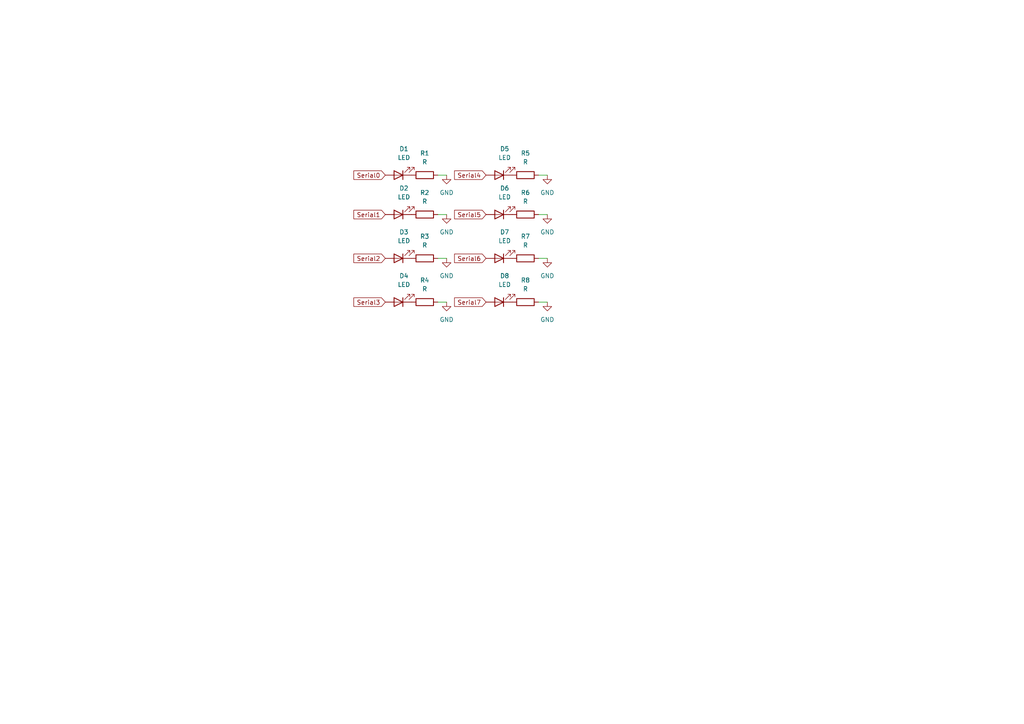
<source format=kicad_sch>
(kicad_sch (version 20231120) (generator "eeschema") (generator_version "8.0")
  (paper "A4")
  (lib_symbols
    (symbol "Device:LED" (pin_numbers hide) (pin_names (offset 1.016) hide)
      (property "Reference" "D" (at 0 2.54 0))
      (property "Value" "LED" (at 0 -2.54 0))
      (symbol "LED_0_1"
        (polyline (pts (xy -1.27 -1.27) (xy -1.27 1.27)) (stroke (width 0.254)))
        (polyline (pts (xy -1.27 0) (xy 1.27 0)))
        (polyline (pts (xy 1.27 -1.27) (xy 1.27 1.27) (xy -1.27 0) (xy 1.27 -1.27)) (stroke (width 0.254)))
        (polyline (pts (xy -3.048 -0.762) (xy -4.572 -2.286) (xy -3.81 -2.286) (xy -4.572 -2.286) (xy -4.572 -1.524)))
        (polyline (pts (xy -1.778 -0.762) (xy -3.302 -2.286) (xy -2.54 -2.286) (xy -3.302 -2.286) (xy -3.302 -1.524)))
      )
      (symbol "LED_1_1"
        (pin passive line (at -3.81 0 0) (length 2.54) (name "K") (number "1"))
        (pin passive line (at 3.81 0 180) (length 2.54) (name "A") (number "2"))
      )
    )
    (symbol "Device:R" (pin_numbers hide) (pin_names (offset 0))
      (property "Reference" "R" (at 2.032 0 90))
      (property "Value" "R" (at 0 0 90))
      (symbol "R_0_1"
        (rectangle (start -1.016 -2.54) (end 1.016 2.54) (stroke (width 0.254)))
      )
      (symbol "R_1_1"
        (pin passive line (at 0 3.81 270) (length 1.27) (name "~") (number "1"))
        (pin passive line (at 0 -3.81 90) (length 1.27) (name "~") (number "2"))
      )
    )
    (symbol "power:GND" (power) (pin_names (offset 0))
      (property "Value" "GND" (at 0 -3.81 0))
      (symbol "GND_0_1"
        (polyline (pts (xy 0 0) (xy 0 -1.27) (xy 1.27 -1.27) (xy 0 -2.54) (xy -1.27 -1.27) (xy 0 -1.27)))
      )
      (symbol "GND_1_1"
        (pin power_in line (at 0 0 270) (length 0) hide (name "GND") (number "1"))
      )
    )
  )
  (wire (pts (xy 129.54 62.23) (xy 127 62.23)))
  (wire (pts (xy 158.75 74.93) (xy 156.21 74.93)))
  (wire (pts (xy 129.54 50.8) (xy 127 50.8)))
  (wire (pts (xy 158.75 62.23) (xy 156.21 62.23)))
  (wire (pts (xy 129.54 74.93) (xy 127 74.93)))
  (wire (pts (xy 158.75 50.8) (xy 156.21 50.8)))
  (wire (pts (xy 158.75 87.63) (xy 156.21 87.63)))
  (wire (pts (xy 129.54 87.63) (xy 127 87.63)))
  (global_label "Serial0" (shape input) (at 111.76 50.8 180) (property "Intersheetrefs" "${INTERSHEET_REFS}" (effects (hide yes))))
  (global_label "Serial5" (shape input) (at 140.97 62.23 180) (property "Intersheetrefs" "${INTERSHEET_REFS}" (effects (hide yes))))
  (global_label "Serial3" (shape input) (at 111.76 87.63 180) (property "Intersheetrefs" "${INTERSHEET_REFS}" (effects (hide yes))))
  (global_label "Serial4" (shape input) (at 140.97 50.8 180) (property "Intersheetrefs" "${INTERSHEET_REFS}" (effects (hide yes))))
  (global_label "Serial1" (shape input) (at 111.76 62.23 180) (property "Intersheetrefs" "${INTERSHEET_REFS}" (effects (hide yes))))
  (global_label "Serial7" (shape input) (at 140.97 87.63 180) (property "Intersheetrefs" "${INTERSHEET_REFS}" (effects (hide yes))))
  (global_label "Serial6" (shape input) (at 140.97 74.93 180) (property "Intersheetrefs" "${INTERSHEET_REFS}" (effects (hide yes))))
  (global_label "Serial2" (shape input) (at 111.76 74.93 180) (property "Intersheetrefs" "${INTERSHEET_REFS}" (effects (hide yes))))
  (symbol (lib_id "power:GND") (at 129.54 74.93 0) (unit 1)
    (property "Reference" "#PWR019" (effects (hide yes)))
    (property "Value" "GND" (at 129.54 80.01 0))
  )
  (symbol (lib_id "Device:R") (at 152.4 74.93 90) (unit 1)
    (property "Reference" "R7" (at 152.4 68.58 90))
    (property "Value" "R" (at 152.4 71.12 90))
    (property "Footprint" "Resistor_THT:R_Axial_DIN0207_L6.3mm_D2.5mm_P10.16mm_Horizontal" (effects (hide yes)))
  )
  (symbol (lib_id "Device:LED") (at 144.78 87.63 180) (unit 1)
    (property "Reference" "D8" (at 146.3675 80.01 0))
    (property "Value" "LED" (at 146.3675 82.55 0))
    (property "Footprint" "LED_THT:LED_D5.0mm" (effects (hide yes)))
  )
  (symbol (lib_id "power:GND") (at 158.75 87.63 0) (unit 1)
    (property "Reference" "#PWR024" (effects (hide yes)))
    (property "Value" "GND" (at 158.75 92.71 0))
  )
  (symbol (lib_id "Device:R") (at 123.19 87.63 90) (unit 1)
    (property "Reference" "R4" (at 123.19 81.28 90))
    (property "Value" "R" (at 123.19 83.82 90))
    (property "Footprint" "Resistor_THT:R_Axial_DIN0207_L6.3mm_D2.5mm_P10.16mm_Horizontal" (effects (hide yes)))
  )
  (symbol (lib_id "Device:LED") (at 115.57 87.63 180) (unit 1)
    (property "Reference" "D4" (at 117.1575 80.01 0))
    (property "Value" "LED" (at 117.1575 82.55 0))
    (property "Footprint" "LED_THT:LED_D5.0mm" (effects (hide yes)))
  )
  (symbol (lib_id "Device:R") (at 152.4 87.63 90) (unit 1)
    (property "Reference" "R8" (at 152.4 81.28 90))
    (property "Value" "R" (at 152.4 83.82 90))
    (property "Footprint" "Resistor_THT:R_Axial_DIN0207_L6.3mm_D2.5mm_P10.16mm_Horizontal" (effects (hide yes)))
  )
  (symbol (lib_id "Device:LED") (at 115.57 50.8 180) (unit 1)
    (property "Reference" "D1" (at 117.1575 43.18 0))
    (property "Value" "LED" (at 117.1575 45.72 0))
    (property "Footprint" "LED_THT:LED_D5.0mm" (effects (hide yes)))
  )
  (symbol (lib_id "Device:LED") (at 144.78 74.93 180) (unit 1)
    (property "Reference" "D7" (at 146.3675 67.31 0))
    (property "Value" "LED" (at 146.3675 69.85 0))
    (property "Footprint" "LED_THT:LED_D5.0mm" (effects (hide yes)))
  )
  (symbol (lib_id "power:GND") (at 129.54 87.63 0) (unit 1)
    (property "Reference" "#PWR020" (effects (hide yes)))
    (property "Value" "GND" (at 129.54 92.71 0))
  )
  (symbol (lib_id "power:GND") (at 158.75 74.93 0) (unit 1)
    (property "Reference" "#PWR023" (effects (hide yes)))
    (property "Value" "GND" (at 158.75 80.01 0))
  )
  (symbol (lib_id "power:GND") (at 158.75 50.8 0) (unit 1)
    (property "Reference" "#PWR021" (effects (hide yes)))
    (property "Value" "GND" (at 158.75 55.88 0))
  )
  (symbol (lib_id "Device:R") (at 123.19 62.23 90) (unit 1)
    (property "Reference" "R2" (at 123.19 55.88 90))
    (property "Value" "R" (at 123.19 58.42 90))
    (property "Footprint" "Resistor_THT:R_Axial_DIN0207_L6.3mm_D2.5mm_P10.16mm_Horizontal" (effects (hide yes)))
  )
  (symbol (lib_id "power:GND") (at 158.75 62.23 0) (unit 1)
    (property "Reference" "#PWR022" (effects (hide yes)))
    (property "Value" "GND" (at 158.75 67.31 0))
  )
  (symbol (lib_id "Device:R") (at 152.4 50.8 90) (unit 1)
    (property "Reference" "R5" (at 152.4 44.45 90))
    (property "Value" "R" (at 152.4 46.99 90))
    (property "Footprint" "Resistor_THT:R_Axial_DIN0207_L6.3mm_D2.5mm_P10.16mm_Horizontal" (effects (hide yes)))
  )
  (symbol (lib_id "Device:LED") (at 144.78 50.8 180) (unit 1)
    (property "Reference" "D5" (at 146.3675 43.18 0))
    (property "Value" "LED" (at 146.3675 45.72 0))
    (property "Footprint" "LED_THT:LED_D5.0mm" (effects (hide yes)))
  )
  (symbol (lib_id "power:GND") (at 129.54 62.23 0) (unit 1)
    (property "Reference" "#PWR018" (effects (hide yes)))
    (property "Value" "GND" (at 129.54 67.31 0))
  )
  (symbol (lib_id "Device:LED") (at 144.78 62.23 180) (unit 1)
    (property "Reference" "D6" (at 146.3675 54.61 0))
    (property "Value" "LED" (at 146.3675 57.15 0))
    (property "Footprint" "LED_THT:LED_D5.0mm" (effects (hide yes)))
  )
  (symbol (lib_id "Device:R") (at 152.4 62.23 90) (unit 1)
    (property "Reference" "R6" (at 152.4 55.88 90))
    (property "Value" "R" (at 152.4 58.42 90))
    (property "Footprint" "Resistor_THT:R_Axial_DIN0207_L6.3mm_D2.5mm_P10.16mm_Horizontal" (effects (hide yes)))
  )
  (symbol (lib_id "Device:LED") (at 115.57 62.23 180) (unit 1)
    (property "Reference" "D2" (at 117.1575 54.61 0))
    (property "Value" "LED" (at 117.1575 57.15 0))
    (property "Footprint" "LED_THT:LED_D5.0mm" (effects (hide yes)))
  )
  (symbol (lib_id "Device:R") (at 123.19 74.93 90) (unit 1)
    (property "Reference" "R3" (at 123.19 68.58 90))
    (property "Value" "R" (at 123.19 71.12 90))
    (property "Footprint" "Resistor_THT:R_Axial_DIN0207_L6.3mm_D2.5mm_P10.16mm_Horizontal" (effects (hide yes)))
  )
  (symbol (lib_id "Device:LED") (at 115.57 74.93 180) (unit 1)
    (property "Reference" "D3" (at 117.1575 67.31 0))
    (property "Value" "LED" (at 117.1575 69.85 0))
    (property "Footprint" "LED_THT:LED_D5.0mm" (effects (hide yes)))
  )
  (symbol (lib_id "Device:R") (at 123.19 50.8 90) (unit 1)
    (property "Reference" "R1" (at 123.19 44.45 90))
    (property "Value" "R" (at 123.19 46.99 90))
    (property "Footprint" "Resistor_THT:R_Axial_DIN0207_L6.3mm_D2.5mm_P10.16mm_Horizontal" (effects (hide yes)))
  )
  (symbol (lib_id "power:GND") (at 129.54 50.8 0) (unit 1)
    (property "Reference" "#PWR011" (effects (hide yes)))
    (property "Value" "GND" (at 129.54 55.88 0))
  )
)
</source>
